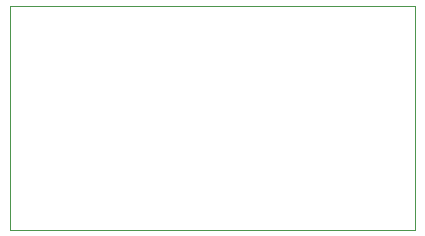
<source format=gbr>
%TF.GenerationSoftware,KiCad,Pcbnew,8.0.0*%
%TF.CreationDate,2024-03-15T11:34:24+01:00*%
%TF.ProjectId,projet s6,70726f6a-6574-4207-9336-2e6b69636164,rev?*%
%TF.SameCoordinates,Original*%
%TF.FileFunction,Profile,NP*%
%FSLAX46Y46*%
G04 Gerber Fmt 4.6, Leading zero omitted, Abs format (unit mm)*
G04 Created by KiCad (PCBNEW 8.0.0) date 2024-03-15 11:34:24*
%MOMM*%
%LPD*%
G01*
G04 APERTURE LIST*
%TA.AperFunction,Profile*%
%ADD10C,0.050000*%
%TD*%
G04 APERTURE END LIST*
D10*
X173500000Y-65050000D02*
X207750000Y-65050000D01*
X207750000Y-84050000D01*
X173500000Y-84050000D01*
X173500000Y-65050000D01*
M02*

</source>
